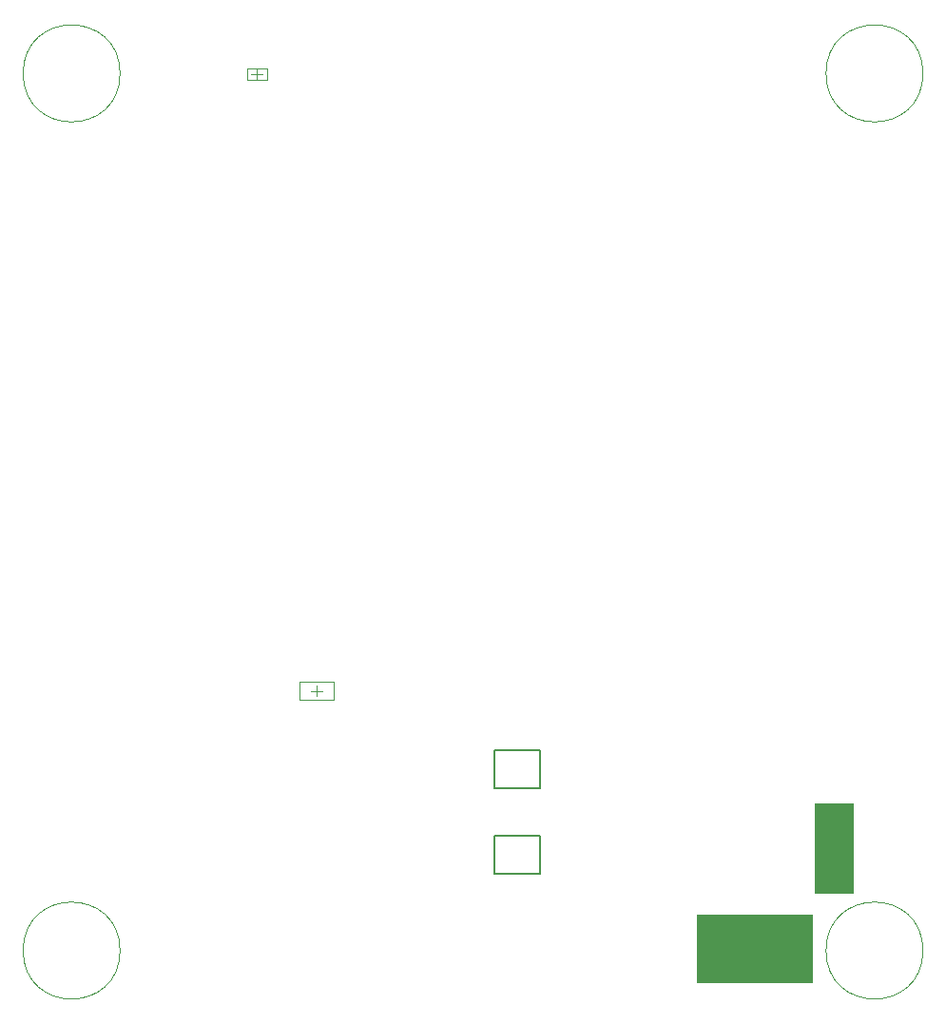
<source format=gbr>
%TF.GenerationSoftware,Altium Limited,Altium Designer,20.0.11 (256)*%
G04 Layer_Color=16711935*
%FSLAX26Y26*%
%MOIN*%
%TF.FileFunction,Other,Top_Courtyard*%
%TF.Part,Single*%
G01*
G75*
%TA.AperFunction,NonConductor*%
%ADD111C,0.003937*%
%ADD112C,0.007874*%
%ADD115C,0.004000*%
%ADD166C,0.001968*%
G36*
X2387996Y92441D02*
X2794996D01*
Y332441D01*
X2387996D01*
Y92441D01*
D02*
G37*
G36*
X2938000Y721000D02*
Y403000D01*
X2802000D01*
Y721000D01*
X2938000D01*
D02*
G37*
D111*
X825539Y3277000D02*
X864909D01*
X845224Y3257315D02*
Y3296685D01*
X1053465Y1096063D02*
Y1135433D01*
X1033780Y1115748D02*
X1073150D01*
D112*
X1837992Y773976D02*
Y906024D01*
X1678937D02*
X1837992D01*
X1678937Y773976D02*
Y906024D01*
Y773976D02*
X1837992D01*
Y473976D02*
Y606024D01*
X1678937D02*
X1837992D01*
X1678937Y473976D02*
Y606024D01*
Y473976D02*
X1837992D01*
D115*
X365000Y205000D02*
G03*
X365000Y205000I-170000J0D01*
G01*
Y3280000D02*
G03*
X365000Y3280000I-170000J0D01*
G01*
X3180000D02*
G03*
X3180000Y3280000I-170000J0D01*
G01*
Y205000D02*
G03*
X3180000Y205000I-170000J0D01*
G01*
D166*
X809791Y3257315D02*
Y3296685D01*
Y3257315D02*
X880658D01*
X809791Y3296685D02*
X880658D01*
Y3257315D02*
Y3296685D01*
X992441Y1084252D02*
Y1147244D01*
Y1084252D02*
X1114488D01*
X992441Y1147244D02*
X1114488D01*
Y1084252D02*
Y1147244D01*
%TF.MD5,14242f69e6c0a87f3eb08a4a643ae836*%
M02*

</source>
